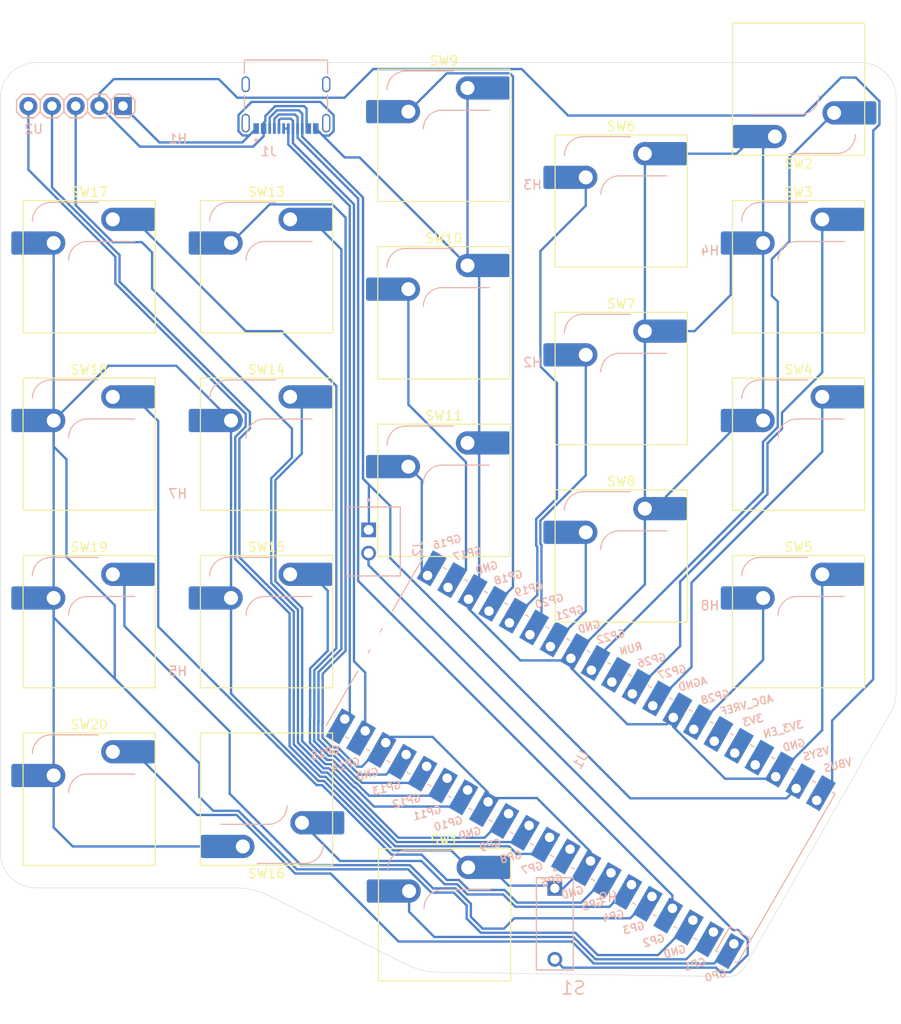
<source format=kicad_pcb>
(kicad_pcb (version 20221018) (generator pcbnew)
  (layers (0 "F.Cu" signal) (31 "B.Cu" signal) (34 "B.Paste" user) (35 "F.Paste" user) (36 "B.SilkS" user "B.Silkscreen") (37 "F.SilkS" user "F.Silkscreen") (38 "B.Mask" user) (39 "F.Mask" user) (44 "Edge.Cuts" user))
  (net 0 "")
  (net 1 "9")
  (net 2 "10")
  (net 3 "11")
  (net 4 "13")
  (net 5 "16")
  (net 6 "17")
  (net 7 "18")
  (net 8 "19")
  (net 9 "20")
  (net 10 "27")
  (net 11 "28")
  (net 12 "21")
  (net 13 "22")
  (net 14 "26")
  (net 15 "GND")
  (net 16 "3v3")
  (net 21 "0")
  (net 22 "1")
  (net 23 "3")
  (net 24 "4")
  (net 25 "6")
  (net 26 "7")
  (net 27 "8")
  (net 28 "2")
  (net 29 "15")
  (net 30 "14")
  (net 31 "12")
  (net 32 "VSYS")
  (net 33 "Net-(J1-SHIELD-PadS1)")
  (net 34 "5")
  (net 35 "Net-(J2-Pad2)")
  (footprint "ScottoKeebs_Hotswap:Hotswap_MX_Plated_1.00u_Smaller_hole" (layer "F.Cu") (at 188.325 55.617944)
    (fp_text reference "SW3")
    (fp_text value "CherryMX")
  )
  (footprint "ScottoKeebs_Hotswap:Hotswap_MX_Plated_1.00u_Smaller_hole" (layer "F.Cu") (at 188.325 74.667944)
    (fp_text reference "SW4")
    (fp_text value "CherryMX")
  )
  (footprint "ScottoKeebs_Hotswap:Hotswap_MX_Plated_1.00u_Smaller_hole" (layer "F.Cu") (at 188.325 93.717944)
    (fp_text reference "SW5")
    (fp_text value "CherryMX")
  )
  (footprint "ScottoKeebs_Hotswap:Hotswap_MX_Plated_1.00u_Smaller_hole" (layer "F.Cu") (at 169.275 48.567944)
    (fp_text reference "SW6")
    (fp_text value "CherryMX")
  )
  (footprint "ScottoKeebs_Hotswap:Hotswap_MX_Plated_1.00u_Smaller_hole" (layer "F.Cu") (at 169.275 67.617944)
    (fp_text reference "SW7")
    (fp_text value "CherryMX")
  )
  (footprint "ScottoKeebs_Hotswap:Hotswap_MX_Plated_1.00u_Smaller_hole" (layer "F.Cu") (at 169.275 86.667944)
    (fp_text reference "SW8")
    (fp_text value "CherryMX")
  )
  (footprint "ScottoKeebs_Hotswap:Hotswap_MX_Plated_1.00u_Smaller_hole" (layer "F.Cu") (at 150.225 41.517944)
    (fp_text reference "SW9")
    (fp_text value "CherryMX")
  )
  (footprint "ScottoKeebs_Hotswap:Hotswap_MX_Plated_1.00u_Smaller_hole" (layer "F.Cu") (at 150.225 60.567944)
    (fp_text reference "SW10")
    (fp_text value "CherryMX")
  )
  (footprint "ScottoKeebs_Hotswap:Hotswap_MX_Plated_1.00u_Smaller_hole" (layer "F.Cu") (at 150.225 79.617944)
    (fp_text reference "SW11")
    (fp_text value "CherryMX")
  )
  (footprint "ScottoKeebs_Hotswap:Hotswap_MX_Plated_1.00u_Smaller_hole" (layer "F.Cu") (at 131.175 55.617944)
    (fp_text reference "SW13")
    (fp_text value "CherryMX")
  )
  (footprint "ScottoKeebs_Hotswap:Hotswap_MX_Plated_1.00u_Smaller_hole" (layer "F.Cu") (at 131.175 74.667944)
    (fp_text reference "SW14")
    (fp_text value "CherryMX")
  )
  (footprint "ScottoKeebs_Hotswap:Hotswap_MX_Plated_1.00u_Smaller_hole" (layer "F.Cu") (at 131.175 93.717944)
    (fp_text reference "SW15")
    (fp_text value "CherryMX")
  )
  (footprint "ScottoKeebs_Hotswap:Hotswap_MX_Plated_1.00u_Smaller_hole" (layer "F.Cu") (at 131.175 112.767944 180)
    (fp_text reference "SW16")
    (fp_text value "CherryMX")
  )
  (footprint "ScottoKeebs_Hotswap:Hotswap_MX_Plated_1.00u_Smaller_hole" (layer "F.Cu") (at 112.125 55.617944)
    (fp_text reference "SW17")
    (fp_text value "CherryMX")
  )
  (footprint "ScottoKeebs_Hotswap:Hotswap_MX_Plated_1.00u_Smaller_hole" (layer "F.Cu") (at 112.125 74.667944)
    (fp_text reference "SW18")
    (fp_text value "CherryMX")
  )
  (footprint "ScottoKeebs_Hotswap:Hotswap_MX_Plated_1.00u_Smaller_hole" (layer "F.Cu") (at 112.125 93.717944)
    (fp_text reference "SW19")
    (fp_text value "CherryMX")
  )
  (footprint "ScottoKeebs_Hotswap:Hotswap_MX_Plated_1.00u_Smaller_hole" (layer "F.Cu") (at 112.125 112.767944)
    (fp_text reference "SW20")
    (fp_text value "CherryMX")
  )
  (footprint "ScottoKeebs_Hotswap:Hotswap_MX_Plated_1.00u_Smaller_hole" (layer "F.Cu") (at 188.325 36.567944 180)
    (fp_text reference "SW2")
    (fp_text value "CherryMX")
  )
  (footprint "ScottoKeebs_Hotswap:Hotswap_MX_Plated_1.00u_Smaller_hole" (layer "F.Cu") (at 150.3 125.172944)
    (fp_text reference "SW1")
    (fp_text value "CherryMX")
  )
  (footprint "MCU_RaspberryPi_and_Boards:RPi_Pico_SMD_TH_NO_BACK_HOLES" (layer "B.Cu") (at 164.921947 108.534888 60)
    (fp_text reference "U1")
    (fp_text value "Pico")
  )
  (footprint "DIP:SW_DS01-254-L-01BE" (layer "B.Cu") (at 162.14 126.152944)
    (fp_text reference "S1")
    (fp_text value "DS01-254-L-01BE")
  )
  (footprint "MountingHole:MountingHole_3.2mm_M3" (layer "B.Cu") (at 167.84625 127.531694 180)
    (fp_text reference "H9")
    (fp_text value "MountingHole")
  )
  (footprint "MountingHole:MountingHole_3.2mm_M3" (layer "B.Cu") (at 121.65 84.192944 180)
    (fp_text reference "H7")
    (fp_text value "MountingHole")
  )
  (footprint "MountingHole:MountingHole_3.2mm_M3" (layer "B.Cu") (at 178.8 58.092944 180)
    (fp_text reference "H4")
    (fp_text value "MountingHole")
  )
  (footprint "MountingHole:MountingHole_3.2mm_M3" (layer "B.Cu") (at 159.75 70.092944 180)
    (fp_text reference "H2")
    (fp_text value "MountingHole")
  )
  (footprint "MountingHole:MountingHole_3.2mm_M3" (layer "B.Cu") (at 178.8 96.192944 180)
    (fp_text reference "H8")
    (fp_text value "MountingHole")
  )
  (footprint "MountingHole:MountingHole_3.2mm_M3" (layer "B.Cu") (at 159.75 51.042944 180)
    (fp_text reference "H3")
    (fp_text value "MountingHole")
  )
  (footprint "MountingHole:MountingHole_3.2mm_M3" (layer "B.Cu") (at 121.65 46.092944 180)
    (fp_text reference "H1")
    (fp_text value "MountingHole")
  )
  (footprint "MountingHole:MountingHole_3.2mm_M3" (layer "B.Cu") (at 121.65 103.242944 180)
    (fp_text reference "H5")
    (fp_text value "MountingHole")
  )
  (footprint "KY-040:KY-040-PORT" (layer "B.Cu") (at 110.68 38.372944)
    (fp_text reference "U2")
    (fp_text value "KY-040")
  )
  (footprint "Connectors_user:JST_B2B-XH-A_LF__SN_" (layer "B.Cu") (at 142.67 85.112944 90)
    (fp_text reference "J2")
    (fp_text value "B2B-XH-A_LF__SN_")
  )
  (footprint "TypeC:HRO_TYPE-C-31-M-12" (layer "B.Cu") (at 133.265 36.04)
    (fp_text reference "J1")
    (fp_text value "TYPE-C-31-M-12")
  )
  (gr_arc (start 127.84125 122.292944) (mid 129.804879 122.534678) (end 131.65125 123.245444) (stroke (width 0.05)) (layer "Edge.Cuts"))
  (gr_line (start 102.6 37.520444) (end 102.6 118.482944) (stroke (width 0.05)) (layer "Edge.Cuts"))
  (gr_line (start 198.8025 101.337944) (end 198.8025 37.520444) (stroke (width 0.05)) (layer "Edge.Cuts"))
  (gr_line (start 131.65125 123.245444) (end 145.93875 130.389194) (stroke (width 0.05)) (layer "Edge.Cuts"))
  (gr_arc (start 102.6 37.520444) (mid 103.715923 34.826367) (end 106.41 33.710444) (stroke (width 0.05)) (layer "Edge.Cuts"))
  (gr_arc (start 182.509442 130.815165) (mid 181.748215 131.570266) (end 180.705 131.817944) (stroke (width 0.05)) (layer "Edge.Cuts"))
  (gr_arc (start 149.74875 131.341694) (mid 147.785121 131.09996) (end 145.93875 130.389194) (stroke (width 0.05)) (layer "Edge.Cuts"))
  (gr_line (start 194.9925 33.710444) (end 106.41 33.710444) (stroke (width 0.05)) (layer "Edge.Cuts"))
  (gr_arc (start 198.8025 101.337944) (mid 198.681633 102.319759) (end 198.32625 103.242944) (stroke (width 0.05)) (layer "Edge.Cuts"))
  (gr_line (start 182.509442 130.815165) (end 198.32625 103.242944) (stroke (width 0.05)) (layer "Edge.Cuts"))
  (gr_arc (start 194.9925 33.710444) (mid 197.686577 34.826367) (end 198.8025 37.520444) (stroke (width 0.05)) (layer "Edge.Cuts"))
  (gr_line (start 180.705 131.817944) (end 149.74875 131.341694) (stroke (width 0.05)) (layer "Edge.Cuts"))
  (gr_arc (start 106.41 122.292944) (mid 103.715923 121.177021) (end 102.6 118.482944) (stroke (width 0.05)) (layer "Edge.Cuts"))
  (gr_line (start 127.84125 122.292944) (end 106.41 122.292944) (stroke (width 0.05)) (layer "Edge.Cuts"))
  (segment (start 133.9 72.992944) (end 118.89 57.982944) (width 0.25) (layer "B.Cu") (net 1))
  (segment (start 137.898897 109.463821) (end 137.302032 109.463821) (width 0.25) (layer "B.Cu") (net 1))
  (segment (start 137.302032 109.463821) (end 134.555 106.716789) (width 0.25) (layer "B.Cu") (net 1))
  (segment (start 134.555 92.44434) (end 131.68 89.56934) (width 0.25) (layer "B.Cu") (net 1))
  (segment (start 118.89 57.982944) (end 118.89 54.092944) (width 0.25) (layer "B.Cu") (net 1))
  (segment (start 117.78 52.982944) (end 114.642792 52.982944) (width 0.25) (layer "B.Cu") (net 1))
  (segment (start 110.68 49.020152) (end 110.68 38.372944) (width 0.25) (layer "B.Cu") (net 1))
  (segment (start 114.642792 52.982944) (end 110.68 49.020152) (width 0.25) (layer "B.Cu") (net 1))
  (segment (start 118.89 54.092944) (end 117.78 52.982944) (width 0.25) (layer "B.Cu") (net 1))
  (segment (start 145.34802 116.912944) (end 137.898897 109.463821) (width 0.25) (layer "B.Cu") (net 1))
  (segment (start 131.68 78.332944) (end 133.9 76.112944) (width 0.25) (layer "B.Cu") (net 1))
  (segment (start 134.555 106.716789) (end 134.555 92.44434) (width 0.25) (layer "B.Cu") (net 1))
  (segment (start 131.68 89.56934) (end 131.68 78.332944) (width 0.25) (layer "B.Cu") (net 1))
  (segment (start 154.5933 116.912944) (end 145.34802 116.912944) (width 0.25) (layer "B.Cu") (net 1))
  (segment (start 157.17739 114.328854) (end 154.5933 116.912944) (width 0.25) (layer "B.Cu") (net 1))
  (segment (start 133.9 76.112944) (end 133.9 72.992944) (width 0.25) (layer "B.Cu") (net 1))
  (segment (start 152.777981 111.788854) (end 151.003014 113.563821) (width 0.25) (layer "B.Cu") (net 2))
  (segment (start 138.085293 109.013821) (end 137.488428 109.013821) (width 0.25) (layer "B.Cu") (net 2))
  (segment (start 134.964999 75.684341) (end 134.964999 70.837943) (width 0.25) (layer "B.Cu") (net 2))
  (segment (start 140.554416 111.482944) (end 138.085293 109.013821) (width 0.25) (layer "B.Cu") (net 2))
  (segment (start 132.13 89.382944) (end 132.13 78.51934) (width 0.25) (layer "B.Cu") (net 2))
  (segment (start 135.005 106.530393) (end 135.005 92.257944) (width 0.25) (layer "B.Cu") (net 2))
  (segment (start 151.003014 113.563821) (end 142.717273 113.563821) (width 0.25) (layer "B.Cu") (net 2))
  (segment (start 137.488428 109.013821) (end 135.005 106.530393) (width 0.25) (layer "B.Cu") (net 2))
  (segment (start 140.636396 111.482944) (end 140.554416 111.482944) (width 0.25) (layer "B.Cu") (net 2))
  (segment (start 132.13 78.51934) (end 134.964999 75.684341) (width 0.25) (layer "B.Cu") (net 2))
  (segment (start 135.005 92.257944) (end 132.13 89.382944) (width 0.25) (layer "B.Cu") (net 2))
  (segment (start 142.717273 113.563821) (end 140.636396 111.482944) (width 0.25) (layer "B.Cu") (net 2))
  (segment (start 134.964999 70.837943) (end 133.715 69.587944) (width 0.25) (layer "B.Cu") (net 2))
  (segment (start 142.192792 112.402944) (end 148.694187 112.402944) (width 0.25) (layer "B.Cu") (net 3))
  (segment (start 138.271689 108.563821) (end 140.740812 111.032944) (width 0.25) (layer "B.Cu") (net 3))
  (segment (start 135.86 104.047557) (end 135.843632 104.063925) (width 0.25) (layer "B.Cu") (net 3))
  (segment (start 135.86 98.745736) (end 135.86 104.047557) (width 0.25) (layer "B.Cu") (net 3))
  (segment (start 137.75 90.395444) (end 137.75 96.855736) (width 0.25) (layer "B.Cu") (net 3))
  (segment (start 140.740812 111.032944) (end 140.822792 111.032944) (width 0.25) (layer "B.Cu") (net 3))
  (segment (start 135.843632 106.732629) (end 137.674824 108.563821) (width 0.25) (layer "B.Cu") (net 3))
  (segment (start 137.75 96.855736) (end 135.86 98.745736) (width 0.25) (layer "B.Cu") (net 3))
  (segment (start 140.822792 111.032944) (end 142.192792 112.402944) (width 0.25) (layer "B.Cu") (net 3))
  (segment (start 135.9925 88.637944) (end 137.75 90.395444) (width 0.25) (layer "B.Cu") (net 3))
  (segment (start 135.843632 104.063925) (end 135.843632 106.732629) (width 0.25) (layer "B.Cu") (net 3))
  (segment (start 148.694187 112.402944) (end 150.578277 110.518854) (width 0.25) (layer "B.Cu") (net 3))
  (segment (start 137.674824 108.563821) (end 138.271689 108.563821) (width 0.25) (layer "B.Cu") (net 3))
  (segment (start 136.743632 104.436717) (end 136.76 104.420349) (width 0.25) (layer "B.Cu") (net 4))
  (segment (start 146.178868 107.978854) (end 144.024778 110.132944) (width 0.25) (layer "B.Cu") (net 4))
  (segment (start 136.76 99.118528) (end 139.2175 96.661028) (width 0.25) (layer "B.Cu") (net 4))
  (segment (start 141.113604 110.132944) (end 138.644481 107.663821) (width 0.25) (layer "B.Cu") (net 4))
  (segment (start 136.76 104.420349) (end 136.76 99.118528) (width 0.25) (layer "B.Cu") (net 4))
  (segment (start 138.047616 107.663821) (end 136.743632 106.359837) (width 0.25) (layer "B.Cu") (net 4))
  (segment (start 136.743632 106.359837) (end 136.743632 104.436717) (width 0.25) (layer "B.Cu") (net 4))
  (segment (start 139.2175 96.661028) (end 139.2175 53.762944) (width 0.25) (layer "B.Cu") (net 4))
  (segment (start 139.2175 53.762944) (end 135.9925 50.537944) (width 0.25) (layer "B.Cu") (net 4))
  (segment (start 138.644481 107.663821) (end 138.047616 107.663821) (width 0.25) (layer "B.Cu") (net 4))
  (segment (start 144.024778 110.132944) (end 141.113604 110.132944) (width 0.25) (layer "B.Cu") (net 4))
  (segment (start 147.85 78.512944) (end 146.415 77.077944) (width 0.25) (layer "B.Cu") (net 5))
  (segment (start 147.85 88.151168) (end 147.85 78.512944) (width 0.25) (layer "B.Cu") (net 5))
  (segment (start 148.469754 88.770922) (end 147.85 88.151168) (width 0.25) (layer "B.Cu") (net 5))
  (segment (start 152.6 88.110381) (end 152.6 76.600331) (width 0.25) (layer "B.Cu") (net 6))
  (segment (start 146.415 70.415331) (end 146.415 58.027944) (width 0.25) (layer "B.Cu") (net 6))
  (segment (start 152.6 76.600331) (end 146.415 70.415331) (width 0.25) (layer "B.Cu") (net 6))
  (segment (start 150.669459 90.040922) (end 152.6 88.110381) (width 0.25) (layer "B.Cu") (net 6))
  (segment (start 157.645 90.00479) (end 155.068868 92.580922) (width 0.25) (layer "B.Cu") (net 7))
  (segment (start 157.3151 34.862944) (end 157.645 35.192844) (width 0.25) (layer "B.Cu") (net 7))
  (segment (start 150.53 34.862944) (end 157.3151 34.862944) (width 0.25) (layer "B.Cu") (net 7))
  (segment (start 157.645 35.192844) (end 157.645 90.00479) (width 0.25) (layer "B.Cu") (net 7))
  (segment (start 146.415 38.977944) (end 150.53 34.862944) (width 0.25) (layer "B.Cu") (net 7))
  (segment (start 160.59 66.323044) (end 160.59 53.940711) (width 0.25) (layer "B.Cu") (net 8))
  (segment (start 162.37 80.466448) (end 162.37 68.103044) (width 0.25) (layer "B.Cu") (net 8))
  (segment (start 160.14 85.55944) (end 160.14 82.696448) (width 0.25) (layer "B.Cu") (net 8))
  (segment (start 160.59 53.940711) (end 165.465 49.065711) (width 0.25) (layer "B.Cu") (net 8))
  (segment (start 157.268572 93.850922) (end 160.26 90.859494) (width 0.25) (layer "B.Cu") (net 8))
  (segment (start 160.26 90.859494) (end 160.26 85.67944) (width 0.25) (layer "B.Cu") (net 8))
  (segment (start 160.26 85.67944) (end 160.14 85.55944) (width 0.25) (layer "B.Cu") (net 8))
  (segment (start 160.14 82.696448) (end 162.37 80.466448) (width 0.25) (layer "B.Cu") (net 8))
  (segment (start 165.465 49.065711) (end 165.465 46.027944) (width 0.25) (layer "B.Cu") (net 8))
  (segment (start 162.37 68.103044) (end 160.59 66.323044) (width 0.25) (layer "B.Cu") (net 8))
  (segment (start 160.71 85.493044) (end 160.59 85.373044) (width 0.25) (layer "B.Cu") (net 9))
  (segment (start 165.465 78.007844) (end 165.465 65.077944) (width 0.25) (layer "B.Cu") (net 9))
  (segment (start 160.59 85.373044) (end 160.59 82.882844) (width 0.25) (layer "B.Cu") (net 9))
  (segment (start 160.71 93.879199) (end 160.71 85.493044) (width 0.25) (layer "B.Cu") (net 9))
  (segment (start 159.468277 95.120922) (end 160.71 93.879199) (width 0.25) (layer "B.Cu") (net 9))
  (segment (start 160.59 82.882844) (end 165.465 78.007844) (width 0.25) (layer "B.Cu") (net 9))
  (segment (start 176.825 89.526701) (end 190.865 75.486701) (width 0.25) (layer "B.Cu") (net 10))
  (segment (start 190.865 75.486701) (end 190.865 69.587944) (width 0.25) (layer "B.Cu") (net 10))
  (segment (start 176.825 98.582426) (end 176.825 89.526701) (width 0.25) (layer "B.Cu") (net 10))
  (segment (start 172.666504 102.740922) (end 176.825 98.582426) (width 0.25) (layer "B.Cu") (net 10))
  (segment (start 184.515 91.177944) (end 184.515 97.831835) (width 0.25) (layer "B.Cu") (net 11))
  (segment (start 184.515 97.831835) (end 177.065913 105.280922) (width 0.25) (layer "B.Cu") (net 11))
  (segment (start 165.465 92.593903) (end 161.667981 96.390922) (width 0.25) (layer "B.Cu") (net 12))
  (segment (start 165.465 84.127944) (end 165.465 92.593903) (width 0.25) (layer "B.Cu") (net 12))
  (segment (start 185.45 54.792944) (end 185.45 58.732944) (width 0.25) (layer "B.Cu") (net 13))
  (segment (start 186.09 59.372944) (end 186.09 72.832944) (width 0.25) (layer "B.Cu") (net 13))
  (segment (start 166.06739 98.205554) (end 166.06739 98.930922) (width 0.25) (layer "B.Cu") (net 13))
  (segment (start 192.135 39.107944) (end 187.341243 43.901701) (width 0.25) (layer "B.Cu") (net 13))
  (segment (start 187.341243 52.901701) (end 185.45 54.792944) (width 0.25) (layer "B.Cu") (net 13))
  (segment (start 185.45 58.732944) (end 186.09 59.372944) (width 0.25) (layer "B.Cu") (net 13))
  (segment (start 184.495 79.777944) (end 166.06739 98.205554) (width 0.25) (layer "B.Cu") (net 13))
  (segment (start 187.341243 43.901701) (end 187.341243 52.901701) (width 0.25) (layer "B.Cu") (net 13))
  (segment (start 184.495 74.427944) (end 184.495 79.777944) (width 0.25) (layer "B.Cu") (net 13))
  (segment (start 186.09 72.832944) (end 184.495 74.427944) (width 0.25) (layer "B.Cu") (net 13))
  (segment (start 190.865 66.964161) (end 186.54 71.289161) (width 0.25) (layer "B.Cu") (net 14))
  (segment (start 186.54 71.289161) (end 186.54 73.01934) (width 0.25) (layer "B.Cu") (net 14))
  (segment (start 175.605 96.332721) (end 170.466799 101.470922) (width 0.25) (layer "B.Cu") (net 14))
  (segment (start 184.98 80.04934) (end 175.605 89.42434) (width 0.25) (layer "B.Cu") (net 14))
  (segment (start 190.865 50.537944) (end 190.865 66.964161) (width 0.25) (layer "B.Cu") (net 14))
  (segment (start 175.605 89.42434) (end 175.605 96.332721) (width 0.25) (layer "B.Cu") (net 14))
  (segment (start 186.54 73.01934) (end 184.98 74.57934) (width 0.25) (layer "B.Cu") (net 14))
  (segment (start 184.98 74.57934) (end 184.98 80.04934) (width 0.25) (layer "B.Cu") (net 14))
  (segment (start 190.865 105.360653) (end 190.865 88.637944) (width 0.25) (layer "B.Cu") (net 15))
  (segment (start 181.6675 43.487944) (end 183.5075 41.647944) (width 0.25) (layer "B.Cu") (net 15))
  (segment (start 125.455 114.017944) (end 123.97 112.532944) (width 0.25) (layer "B.Cu") (net 15))
  (segment (start 129.32 41.535) (end 128.618984 41.535) (width 0.25) (layer "B.Cu") (net 15))
  (segment (start 136.95896 37.932944) (end 138.39 39.363984) (width 0.25) (layer "B.Cu") (net 15))
  (segment (start 108.315 91.177944) (end 108.315 110.227944) (width 0.25) (layer "B.Cu") (net 15))
  (segment (start 184.515 72.127944) (end 184.515 53.077944) (width 0.25) (layer "B.Cu") (net 15))
  (segment (start 123.97 108.921702) (end 114.875621 99.827323) (width 0.25) (layer "B.Cu") (net 15))
  (segment (start 152.765 55.487944) (end 152.765 36.437944) (width 0.25) (layer "B.Cu") (net 15))
  (segment (start 165.976208 119.408854) (end 165.976208 118.406695) (width 0.25) (layer "B.Cu") (net 15))
  (segment (start 143.979163 106.708854) (end 141.405073 109.282944) (width 0.25) (layer "B.Cu") (net 15))
  (segment (start 128.165 41.081016) (end 128.165 39.338984) (width 0.25) (layer "B.Cu") (net 15))
  (segment (start 152.675 125.58934) (end 152.675 124.189187) (width 0.25) (layer "B.Cu") (net 15))
  (segment (start 148.882387 122.797944) (end 146.387387 120.302944) (width 0.25) (layer "B.Cu") (net 15))
  (segment (start 171.815 89.713608) (end 171.815 81.587944) (width 0.25) (layer "B.Cu") (net 15))
  (segment (start 174.866208 104.010922) (end 174.866208 105.01308) (width 0.25) (layer "B.Cu") (net 15))
  (segment (start 138.234012 107.213821) (end 137.193632 106.173441) (width 0.25) (layer "B.Cu") (net 15))
  (segment (start 152.869163 92.31308) (end 152.869163 91.310922) (width 0.25) (layer "B.Cu") (net 15))
  (segment (start 152.765 74.537944) (end 154.014999 73.287945) (width 0.25) (layer "B.Cu") (net 15))
  (segment (start 136.742844 110.813821) (end 127.365 101.435977) (width 0.25) (layer "B.Cu") (net 15))
  (segment (start 114.875621 99.827323) (end 108.315 93.266701) (width 0.25) (layer "B.Cu") (net 15))
  (segment (start 163.867686 97.660922) (end 163.867686 98.663081) (width 0.25) (layer "B.Cu") (net 15))
  (segment (start 146.387387 120.302944) (end 134.44 120.302944) (width 0.25) (layer "B.Cu") (net 15))
  (segment (start 137.193632 106.173441) (end 137.193632 104.623113) (width 0.25) (layer "B.Cu") (net 15))
  (segment (start 152.675 124.189187) (end 151.283757 122.797944) (width 0.25) (layer "B.Cu") (net 15))
  (segment (start 158.433126 97.877043) (end 152.869163 92.31308) (width 0.25) (layer "B.Cu") (net 15))
  (segment (start 144.799709 118.273821) (end 137.339709 110.813821) (width 0.25) (layer "B.Cu") (net 15))
  (segment (start 128.572056 42.282944) (end 129.32 41.535) (width 0.25) (layer "B.Cu") (net 15))
  (segment (start 128.618984 41.535) (end 128.165 41.081016) (width 0.25) (layer "B.Cu") (net 15))
  (segment (start 173.226891 129.506694) (end 166.75375 129.506694) (width 0.25) (layer "B.Cu") (net 15))
  (segment (start 152.84 120.092944) (end 151.020877 118.273821) (width 0.25) (layer "B.Cu") (net 15))
  (segment (start 151.283757 122.797944) (end 148.882387 122.797944) (width 0.25) (layer "B.Cu") (net 15))
  (segment (start 141.405073 109.282944) (end 140.9 109.282944) (width 0.25) (layer "B.Cu") (net 15))
  (segment (start 166.75375 129.506694) (end 164.36 127.112944) (width 0.25) (layer "B.Cu") (net 15))
  (segment (start 131.51 48.932944) (end 127.365 53.077944) (width 0.25) (layer "B.Cu") (net 15))
  (segment (start 109.69 86.772944) (end 109.69 76.302944) (width 0.25) (layer "B.Cu") (net 15))
  (segment (start 114.19 66.252944) (end 108.315 72.127944) (width 0.25) (layer "B.Cu") (net 15))
  (segment (start 163.867686 97.660922) (end 171.815 89.713608) (width 0.25) (layer "B.Cu") (net 15))
  (segment (start 119.67 42.282944) (end 128.572056 42.282944) (width 0.25) (layer "B.Cu") (net 15))
  (segment (start 114.875621 91.958565) (end 109.69 86.772944) (width 0.25) (layer "B.Cu") (net 15))
  (segment (start 109.69 76.302944) (end 108.315 74.927944) (width 0.25) (layer "B.Cu") (net 15))
  (segment (start 140.9 109.282944) (end 138.830877 107.213821) (width 0.25) (layer "B.Cu") (net 15))
  (segment (start 157.18 122.052944) (end 155.22 120.092944) (width 0.25) (layer "B.Cu") (net 15))
  (segment (start 171.815 62.537944) (end 171.815 43.487944) (width 0.25) (layer "B.Cu") (net 15))
  (segment (start 151.020877 118.273821) (end 144.799709 118.273821) (width 0.25) (layer "B.Cu") (net 15))
  (segment (start 184.515 53.077944) (end 184.515 42.917944) (width 0.25) (layer "B.Cu") (net 15))
  (segment (start 160.222457 112.652944) (end 155.383596 112.652944) (width 0.25) (layer "B.Cu") (net 15))
  (segment (start 127.365 101.435977) (end 127.365 91.177944) (width 0.25) (layer "B.Cu") (net 15))
  (segment (start 165.976208 119.408854) (end 163.042118 122.342944) (width 0.25) (layer "B.Cu") (net 15))
  (segment (start 115.76 38.372944) (end 119.67 42.282944) (width 0.25) (layer "B.Cu") (net 15))
  (segment (start 136.465 40.79) (end 139.567944 43.892944) (width 0.25) (layer "B.Cu") (net 15))
  (segment (start 108.315 115.805711) (end 108.315 110.227944) (width 0.25) (layer "B.Cu") (net 15))
  (segment (start 129.32 41.535) (end 130.065 40.79) (width 0.25) (layer "B.Cu") (net 15))
  (segment (start 108.315 74.927944) (end 108.315 72.127944) (width 0.25) (layer "B.Cu") (net 15))
  (segment (start 154.014999 56.737943) (end 152.765 55.487944) (width 0.25) (layer "B.Cu") (net 15))
  (segment (start 138.830877 107.213821) (end 138.234012 107.213821) (width 0.25) (layer "B.Cu") (net 15))
  (segment (start 137.21 99.304924) (end 139.6675 96.847424) (width 0.25) (layer "B.Cu") (net 15))
  (segment (start 174.0925 62.537944) (end 177.148072 62.537944) (width 0.25) (layer "B.Cu") (net 15))
  (segment (start 174.144186 104.732944) (end 174.866208 104.010922) (width 0.25) (layer "B.Cu") (net 15))
  (segment (start 169.937549 104.732944) (end 174.144186 104.732944) (width 0.25) (layer "B.Cu") (net 15))
  (segment (start 137.897044 41.548972) (end 137.223972 41.548972) (width 0.25) (layer "B.Cu") (net 15))
  (segment (start 164.36 127.112944) (end 154.198604 127.112944) (width 0.25) (layer "B.Cu") (net 15))
  (segment (start 127.365 91.177944) (end 127.365 72.127944) (width 0.25) (layer "B.Cu") (net 15))
  (segment (start 137.21 104.606745) (end 137.21 99.304924) (width 0.25) (layer "B.Cu") (net 15))
  (segment (start 162.14 122.342944) (end 161.85 122.052944) (width 0.25) (layer "B.Cu") (net 15))
  (segment (start 181.04 54.277944) (end 182.24 53.077944) (width 0.25) (layer "B.Cu") (net 15))
  (segment (start 114.875621 99.827323) (end 114.875621 91.958565) (width 0.25) (layer "B.Cu") (net 15))
  (segment (start 108.315 93.266701) (end 108.315 91.177944) (width 0.25) (layer "B.Cu") (net 15))
  (segment (start 129.57104 37.932944) (end 136.95896 37.932944) (width 0.25) (layer "B.Cu") (net 15))
  (segment (start 139.6675 96.847424) (end 139.6675 50.350444) (width 0.25) (layer "B.Cu") (net 15))
  (segment (start 141.17 43.892944) (end 152.765 55.487944) (width 0.25) (layer "B.Cu") (net 15))
  (segment (start 138.25 48.932944) (end 131.51 48.932944) (width 0.25) (layer "B.Cu") (net 15))
  (segment (start 154.198604 127.112944) (end 152.675 125.58934) (width 0.25) (layer "B.Cu") (net 15))
  (segment (start 138.39 41.056016) (end 137.897044 41.548972) (width 0.25) (layer "B.Cu") (net 15))
  (segment (start 137.223972 41.548972) (end 136.465 40.79) (width 0.25) (layer "B.Cu") (net 15))
  (segment (start 139.6675 50.350444) (end 138.25 48.932944) (width 0.25) (layer "B.Cu") (net 15))
  (segment (start 144.605073 106.082944) (end 143.979163 106.708854) (width 0.25) (layer "B.Cu") (net 15))
  (segment (start 163.867686 97.660922) (end 163.651565 97.877043) (width 0.25) (layer "B.Cu") (net 15))
  (segment (start 185.64861 110.577043) (end 185.864731 110.360922) (width 0.25) (layer "B.Cu") (net 15))
  (segment (start 180.430171 110.577043) (end 185.64861 110.577043) (width 0.25) (layer "B.Cu") (net 15))
  (segment (start 127.365 72.127944) (end 121.49 66.252944) (width 0.25) (layer "B.Cu") (net 15))
  (segment (start 176.974731 125.758854) (end 173.226891 129.506694) (width 0.25) (layer "B.Cu") (net 15))
  (segment (start 128.155 114.017944) (end 125.455 114.017944) (width 0.25) (layer "B.Cu") (net 15))
  (segment (start 108.315 91.177944) (end 108.315 72.127944) (width 0.25) (layer "B.Cu") (net 15))
  (segment (start 121.49 66.252944) (end 114.19 66.252944) (width 0.25) (layer "B.Cu") (net 15))
  (segment (start 184.515 42.917944) (end 185.785 41.647944) (width 0.25) (layer "B.Cu") (net 15))
  (segment (start 182.24 72.127944) (end 174.0925 80.275444) (width 0.25) (layer "B.Cu") (net 15))
  (segment (start 108.315 53.077944) (end 108.315 72.127944) (width 0.25) (layer "B.Cu") (net 15))
  (segment (start 137.193632 104.623113) (end 137.21 104.606745) (width 0.25) (layer "B.Cu") (net 15))
  (segment (start 161.85 122.052944) (end 157.18 122.052944) (width 0.25) (layer "B.Cu") (net 15))
  (segment (start 163.042118 122.342944) (end 162.14 122.342944) (width 0.25) (layer "B.Cu") (net 15))
  (segment (start 155.22 120.092944) (end 155.1175 120.092944) (width 0.25) (layer "B.Cu") (net 15))
  (segment (start 110.357233 117.847944) (end 108.315 115.805711) (width 0.25) (layer "B.Cu") (net 15))
  (segment (start 126.3575 117.847944) (end 110.357233 117.847944) (width 0.25) (layer "B.Cu") (net 15))
  (segment (start 154.014999 75.787943) (end 154.014999 90.165086) (width 0.25) (layer "B.Cu") (net 15))
  (segment (start 181.04 58.646016) (end 181.04 54.277944) (width 0.25) (layer "B.Cu") (net 15))
  (segment (start 134.44 120.302944) (end 128.155 114.017944) (width 0.25) (layer "B.Cu") (net 15))
  (segment (start 154.977686 113.058854) (end 154.977686 112.056696) (width 0.25) (layer "B.Cu") (net 15))
  (segment (start 154.014999 90.165086) (end 152.869163 91.310922) (width 0.25) (layer "B.Cu") (net 15))
  (segment (start 139.567944 43.892944) (end 141.17 43.892944) (width 0.25) (layer "B.Cu") (net 15))
  (segment (start 165.976208 118.406695) (end 160.222457 112.652944) (width 0.25) (layer "B.Cu") (net 15))
  (segment (start 163.867686 98.663081) (end 169.937549 104.732944) (width 0.25) (layer "B.Cu") (net 15))
  (segment (start 154.977686 112.056696) (end 149.003934 106.082944) (width 0.25) (layer "B.Cu") (net 15))
  (segment (start 128.165 39.338984) (end 129.57104 37.932944) (width 0.25) (layer "B.Cu") (net 15))
  (segment (start 123.97 112.532944) (end 123.97 108.921702) (width 0.25) (layer "B.Cu") (net 15))
  (segment (start 137.339709 110.813821) (end 136.742844 110.813821) (width 0.25) (layer "B.Cu") (net 15))
  (segment (start 149.003934 106.082944) (end 144.605073 106.082944) (width 0.25) (layer "B.Cu") (net 15))
  (segment (start 174.866208 105.01308) (end 180.430171 110.577043) (width 0.25) (layer "B.Cu") (net 15))
  (segment (start 152.765 74.537944) (end 154.014999 75.787943) (width 0.25) (layer "B.Cu") (net 15))
  (segment (start 154.014999 73.287945) (end 154.014999 56.737943) (width 0.25) (layer "B.Cu") (net 15))
  (segment (start 138.39 39.363984) (end 138.39 41.056016) (width 0.25) (layer "B.Cu") (net 15))
  (segment (start 163.651565 97.877043) (end 158.433126 97.877043) (width 0.25) (layer "B.Cu") (net 15))
  (segment (start 155.383596 112.652944) (end 154.977686 113.058854) (width 0.25) (layer "B.Cu") (net 15))
  (segment (start 171.815 81.587944) (end 171.815 62.537944) (width 0.25) (layer "B.Cu") (net 15))
  (segment (start 174.0925 80.275444) (end 174.0925 81.587944) (width 0.25) (layer "B.Cu") (net 15))
  (segment (start 185.864731 110.360922) (end 190.865 105.360653) (width 0.25) (layer "B.Cu") (net 15))
  (segment (start 174.0925 43.487944) (end 181.6675 43.487944) (width 0.25) (layer "B.Cu") (net 15))
  (segment (start 177.148072 62.537944) (end 181.04 58.646016) (width 0.25) (layer "B.Cu") (net 15))
  (segment (start 113.22 38.372944) (end 113.22 37.032944) (width 0.25) (layer "B.Cu") (net 16))
  (segment (start 142.637208 34.402944) (end 158.58 34.402944) (width 0.25) (layer "B.Cu") (net 16))
  (segment (start 129.742056 42.732944) (end 130.865 41.61) (width 0.25) (layer "B.Cu") (net 16))
  (segment (start 196.34 99.912944) (end 191.93 104.322944) (width 0.25) (layer "B.Cu") (net 16))
  (segment (start 114.77 35.482944) (end 126.041928 35.482944) (width 0.25) (layer "B.Cu") (net 16))
  (segment (start 113.22 37.032944) (end 114.77 35.482944) (width 0.25) (layer "B.Cu") (net 16))
  (segment (start 113.22 38.372944) (end 117.58 42.732944) (width 0.25) (layer "B.Cu") (net 16))
  (segment (start 190.7 37.551701) (end 190.7 37.505177) (width 0.25) (layer "B.Cu") (net 16))
  (segment (start 131.05 39.43934) (end 132.106396 38.382944) (width 0.25) (layer "B.Cu") (net 16))
  (segment (start 194.4651 35.317944) (end 197.01 37.862844) (width 0.25) (layer "B.Cu") (net 16))
  (segment (start 191.93 111.235062) (end 190.26414 112.900922) (width 0.25) (layer "B.Cu") (net 16))
  (segment (start 132.106396 38.382944) (end 135.205584 38.382944) (width 0.25) (layer "B.Cu") (net 16))
  (segment (start 135.48 39.999594) (end 135.49 40.009594) (width 0.25) (layer "B.Cu") (net 16))
  (segment (start 158.58 34.402944) (end 163.57 39.392944) (width 0.25) (layer "B.Cu") (net 16))
  (segment (start 163.57 39.392944) (end 188.858757 39.392944) (width 0.25) (layer "B.Cu") (net 16))
  (segment (start 192.887233 35.317944) (end 194.4651 35.317944) (width 0.25) (layer "B.Cu") (net 16))
  (segment (start 126.041928 35.482944) (end 128.041928 37.482944) (width 0.25) (layer "B.Cu") (net 16))
  (segment (start 196.34 41.023044) (end 196.34 99.912944) (width 0.25) (layer "B.Cu") (net 16))
  (segment (start 197.01 40.353044) (end 196.34 41.023044) (width 0.25) (layer "B.Cu") (net 16))
  (segment (start 139.557208 37.482944) (end 142.637208 34.402944) (width 0.25) (layer "B.Cu") (net 16))
  (segment (start 191.93 104.322944) (end 191.93 111.235062) (width 0.25) (layer "B.Cu") (net 16))
  (segment (start 130.865 40.79) (end 130.865 40.184594) (width 0.25) (layer "B.Cu") (net 16))
  (segment (start 190.7 37.505177) (end 192.887233 35.317944) (width 0.25) (layer "B.Cu") (net 16))
  (segment (start 135.48 38.65736) (end 135.48 39.999594) (width 0.25) (layer "B.Cu") (net 16))
  (segment (start 128.041928 37.482944) (end 139.557208 37.482944) (width 0.25) (layer "B.Cu") (net 16))
  (segment (start 135.49 40.009594) (end 135.49 40.615) (width 0.25) (layer "B.Cu") (net 16))
  (segment (start 130.865 40.184594) (end 131.05 39.999594) (width 0.25) (layer "B.Cu") (net 16))
  (segment (start 130.865 41.61) (end 130.865 40.79) (width 0.25) (layer "B.Cu") (net 16))
  (segment (start 131.05 39.999594) (end 131.05 39.43934) (width 0.25) (layer "B.Cu") (net 16))
  (segment (start 197.01 37.862844) (end 197.01 40.353044) (width 0.25) (layer "B.Cu") (net 16))
  (segment (start 117.58 42.732944) (end 129.742056 42.732944) (width 0.25) (layer "B.Cu") (net 16))
  (segment (start 188.858757 39.392944) (end 190.7 37.551701) (width 0.25) (layer "B.Cu") (net 16))
  (segment (start 135.49 40.615) (end 135.665 40.79) (width 0.25) (layer "B.Cu") (net 16))
  (segment (start 135.205584 38.382944) (end 135.48 38.65736) (width 0.25) (layer "B.Cu") (net 16))
  (segment (start 134.253604 120.752944) (end 138.06 120.752944) (width 0.25) (layer "B.Cu") (net 21))
  (segment (start 123.7225 114.467944) (end 127.968604 114.467944) (width 0.25) (layer "B.Cu") (net 21))
  (segment (start 145.36 128.052944) (end 163.97 128.052944) (width 0.25) (layer "B.Cu") (net 21))
  (segment (start 138.06 120.752944) (end 145.36 128.052944) (width 0.25) (layer "B.Cu") (net 21))
  (segment (start 166.32375 130.406694) (end 179.2663 130.406694) (width 0.25) (layer "B.Cu") (net 21))
  (segment (start 116.9425 107.687944) (end 123.7225 114.467944) (width 0.25) (layer "B.Cu") (net 21))
  (segment (start 179.2663 130.406694) (end 181.37414 128.298854) (width 0.25) (layer "B.Cu") (net 21))
  (segment (start 127.968604 114.467944) (end 134.253604 120.752944) (width 0.25) (layer "B.Cu") (net 21))
  (segment (start 163.97 128.052944) (end 166.32375 130.406694) (width 0.25) (layer "B.Cu") (net 21))
  (segment (start 179.174435 127.028854) (end 176.246595 129.956694) (width 0.25) (layer "B.Cu") (net 22))
  (segment (start 149.2 127.562944) (end 146.49 124.852944) (width 0.25) (layer "B.Cu") (net 22))
  (segment (start 166.510146 129.956694) (end 164.116396 127.562944) (width 0.25) (layer "B.Cu") (net 22))
  (segment (start 176.246595 129.956694) (end 166.510146 129.956694) (width 0.25) (layer "B.Cu") (net 22))
  (segment (start 146.49 124.852944) (end 146.49 122.632944) (width 0.25) (layer "B.Cu") (net 22))
  (segment (start 164.116396 127.562944) (end 149.2 127.562944) (width 0.25) (layer "B.Cu") (net 22))
  (segment (start 151.470153 122.347944) (end 149.068783 122.347944) (width 0.25) (layer "B.Cu") (net 23))
  (segment (start 170.237482 125.556694) (end 157.78625 125.556694) (width 0.25) (layer "B.Cu") (net 23))
  (segment (start 154.385 126.662944) (end 153.125 125.402944) (width 0.25) (layer "B.Cu") (net 23))
  (segment (start 153.125 125.402944) (end 153.125 124.002791) (width 0.25) (layer "B.Cu") (net 23))
  (segment (start 127.22 112.182944) (end 127.22 105.500711) (width 0.25) (layer "B.Cu") (net 23))
  (segment (start 146.573783 119.852944) (end 134.89 119.852944) (width 0.25) (layer "B.Cu") (net 23))
  (segment (start 156.68 126.662944) (end 154.385 126.662944) (width 0.25) (layer "B.Cu") (net 23))
  (segment (start 134.89 119.852944) (end 127.22 112.182944) (width 0.25) (layer "B.Cu") (net 23))
  (segment (start 149.068783 122.347944) (end 146.573783 119.852944) (width 0.25) (layer "B.Cu") (net 23))
  (segment (start 153.125 124.002791) (end 151.470153 122.347944) (width 0.25) (layer "B.Cu") (net 23))
  (segment (start 127.22 105.500711) (end 115.914999 94.19571) (width 0.25) (layer "B.Cu") (net 23))
  (segment (start 115.914999 89.887943) (end 114.665 88.637944) (width 0.25) (layer "B.Cu") (net 23))
  (segment (start 115.914999 94.19571) (end 115.914999 89.887943) (width 0.25) (layer "B.Cu") (net 23))
  (segment (start 172.575322 123.218854) (end 170.237482 125.556694) (width 0.25) (layer "B.Cu") (net 23))
  (segment (start 157.78625 125.556694) (end 156.68 126.662944) (width 0.25) (layer "B.Cu") (net 23))
  (segment (start 152.761549 123.002944) (end 156.59 123.002944) (width 0.25) (layer "B.Cu") (net 24))
  (segment (start 139.08 119.402944) (end 147.8 119.402944) (width 0.25) (layer "B.Cu") (net 24))
  (segment (start 147.8 119.402944) (end 150.295 121.897944) (width 0.25) (layer "B.Cu") (net 24))
  (segment (start 151.656549 121.897944) (end 152.761549 123.002944) (width 0.25) (layer "B.Cu") (net 24))
  (segment (start 134.985 115.307944) (end 139.08 119.402944) (width 0.25) (layer "B.Cu") (net 24))
  (segment (start 150.295 121.897944) (end 151.656549 121.897944) (width 0.25) (layer "B.Cu") (net 24))
  (segment (start 156.59 123.002944) (end 157.91 124.322944) (width 0.25) (layer "B.Cu") (net 24))
  (segment (start 168.001527 124.322944) (end 170.375617 121.948854) (width 0.25) (layer "B.Cu") (net 24))
  (segment (start 157.91 124.322944) (end 168.001527 124.322944) (width 0.25) (layer "B.Cu") (net 24))
  (segment (start 144.986105 117.823821) (end 157.211353 117.823821) (width 0.25) (layer "B.Cu") (net 26))
  (segment (start 159.801832 118.643821) (end 161.576799 116.868854) (width 0.25) (layer "B.Cu") (net 26))
  (segment (start 133.655 107.089581) (end 136.92924 110.363821) (width 0.25) (layer "B.Cu") (net 26))
  (segment (start 127.815 73.905331) (end 127.815 86.999187) (width 0.25) (layer "B.Cu") (net 26))
  (segment (start 157.211353 117.823821) (end 158.031353 118.643821) (width 0.25) (layer "B.Cu") (net 26))
  (segment (start 114.94 54.552944) (end 114.94 57.414493) (width 0.25) (layer "B.Cu") (net 26))
  (segment (start 158.031353 118.643821) (end 159.801832 118.643821) (width 0.25) (layer "B.Cu") (net 26))
  (segment (start 128.94 72.780331) (end 127.815 73.905331) (width 0.25) (layer "B.Cu") (net 26))
  (segment (start 114.94 57.414493) (end 128.94 71.414493) (width 0.25) (layer "B.Cu") (net 26))
  (segment (start 105.6 45.212944) (end 114.94 54.552944) (width 0.25) (layer "B.Cu") (net 26))
  (segment (start 127.815 86.999187) (end 133.655 92.839187) (width 0.25) (layer "B.Cu") (net 26))
  (segment (start 128.94 71.414493) (end 128.94 72.780331) (width 0.25) (layer "B.Cu") (net 26))
  (segment (start 136.92924 110.363821) (end 137.526105 110.363821) (width 0.25) (layer "B.Cu") (net 26))
  (segment (start 133.655 92.839187) (end 133.655 107.089581) (width 0.25) (layer "B.Cu") (net 26))
  (segment (start 137.526105 110.363821) (end 144.986105 117.823821) (width 0.25) (layer "B.Cu") (net 26))
  (segment (start 105.6 38.372944) (end 105.6 45.212944) (width 0.25) (layer "B.Cu") (net 26))
  (segment (start 145.172501 117.373821) (end 137.712501 109.913821) (width 0.25) (layer "B.Cu") (net 27))
  (segment (start 108.14 47.116548) (end 108.14 38.372944) (width 0.25) (layer "B.Cu") (net 27))
  (segment (start 134.105 106.903185) (end 134.105 92.652791) (width 0.25) (layer "B.Cu") (net 27))
  (segment (start 115.39 57.228097) (end 115.39 54.366548) (width 0.25) (layer "B.Cu") (net 27))
  (segment (start 137.712501 109.913821) (end 137.115636 109.913821) (width 0.25) (layer "B.Cu") (net 27))
  (segment (start 128.265 74.091727) (end 129.39 72.966727) (width 0.25) (layer "B.Cu") (net 27))
  (segment (start 137.115636 109.913821) (end 134.105 106.903185) (width 0.25) (layer "B.Cu") (net 27))
  (segment (start 128.265 86.812791) (end 128.265 74.091727) (width 0.25) (layer "B.Cu") (net 27))
  (segment (start 159.377095 115.598854) (end 157.602128 117.373821) (width 0.25) (layer "B.Cu") (net 27))
  (segment (start 129.39 71.228097) (end 115.39 57.228097) (width 0.25) (layer "B.Cu") (net 27))
  (segment (start 134.105 92.652791) (end 128.265 86.812791) (width 0.25) (layer "B.Cu") (net 27))
  (segment (start 115.39 54.366548) (end 108.14 47.116548) (width 0.25) (layer "B.Cu") (net 27))
  (segment (start 129.39 72.966727) (end 129.39 71.228097) (width 0.25) (layer "B.Cu") (net 27))
  (segment (start 157.602128 117.373821) (end 145.172501 117.373821) (width 0.25) (layer "B.Cu") (net 27))
  (segment (start 141.0175 48.298896) (end 141.0175 89.340444) (width 0.25) (layer "B.Cu") (net 28))
  (segment (start 134.515 41.796396) (end 141.0175 48.298896) (width 0.25) (layer "B.Cu") (net 28))
  (segment (start 134.231472 39.282944) (end 134.515 39.566472) (width 0.25) (layer "B.Cu") (net 28))
  (segment (start 132.015 39.747132) (end 132.479188 39.282944) (width 0.25) (layer "B.Cu") (net 28))
  (segment (start 141.0175 89.340444) (end 174.775026 123.09797) (width 0.25) (layer "B.Cu") (net 28))
  (segment (start 174.775026 123.09797) (end 174.775026 124.488854) (width 0.25) (layer "B.Cu") (net 28))
  (segment (start 132.015 40.79) (end 132.015 39.747132) (width 0.25) (layer "B.Cu") (net 28))
  (segment (start 134.515 40.79) (end 134.515 41.796396) (width 0.25) (layer "B.Cu") (net 28))
  (segment (start 134.515 39.566472) (end 134.515 40.79) (width 0.25) (layer "B.Cu") (net 28))
  (segment (start 132.479188 39.282944) (end 134.231472 39.282944) (width 0.25) (layer "B.Cu") (net 28))
  (segment (start 133.515 42.500736) (end 133.515 40.79) (width 0.25) (layer "B.Cu") (net 29))
  (segment (start 133.015 40.79) (end 133.415 40.79) (width 0.25) (layer "B.Cu") (net 29))
  (segment (start 140.1175 103.631108) (end 140.1175 49.103236) (width 0.25) (layer "B.Cu") (net 29))
  (segment (start 140.1175 49.103236) (end 133.515 42.500736) (width 0.25) (layer "B.Cu") (net 29))
  (segment (start 139.579754 104.168854) (end 140.1175 103.631108) (width 0.25) (layer "B.Cu") (net 29))
  (segment (start 133.415 40.79) (end 133.515 40.79) (width 0.25) (layer "B.Cu") (net 29))
  (segment (start 140.5675 48.91684) (end 134.015 42.36434) (width 0.25) (layer "B.Cu") (net 30))
  (segment (start 140.5675 97.970444) (end 140.5675 48.91684) (width 0.25) (layer "B.Cu") (net 30))
  (segment (start 141.779459 99.182403) (end 140.5675 97.970444) (width 0.25) (layer "B.Cu") (net 30))
  (segment (start 132.515 40.79) (end 132.515 39.883528) (width 0.25) (layer "B.Cu") (net 30))
  (segment (start 133.777944 39.732944) (end 134.015 39.97) (width 0.25) (layer "B.Cu") (net 30))
  (segment (start 132.665584 39.732944) (end 133.777944 39.732944) (width 0.25) (layer "B.Cu") (net 30))
  (segment (start 134.015 39.97) (end 134.015 40.79) (width 0.25) (layer "B.Cu") (net 30))
  (segment (start 141.779459 105.438854) (end 141.779459 99.182403) (width 0.25) (layer "B.Cu") (net 30))
  (segment (start 132.515 39.883528) (end 132.665584 39.732944) (width 0.25) (layer "B.Cu") (net 30))
  (segment (start 134.015 42.36434) (end 134.015 40.79) (width 0.25) (layer "B.Cu") (net 30))
  (segment (start 128.94 62.535444) (end 132.7876 62.535444) (width 0.25) (layer "B.Cu") (net 31))
  (segment (start 140.927208 110.582944) (end 141.009188 110.582944) (width 0.25) (layer "B.Cu") (net 31))
  (segment (start 146.603605 111.023821) (end 148.378572 109.248854) (width 0.25) (layer "B.Cu") (net 31))
  (segment (start 137.86122 108.113821) (end 138.458085 108.113821) (width 0.25) (layer "B.Cu") (net 31))
  (segment (start 136.31 98.932132) (end 136.31 104.233953) (width 0.25) (layer "B.Cu") (net 31))
  (segment (start 138.458085 108.113821) (end 140.927208 110.582944) (width 0.25) (layer "B.Cu") (net 31))
  (segment (start 141.009188 110.582944) (end 141.450065 111.023821) (width 0.25) (layer "B.Cu") (net 31))
  (segment (start 136.31 104.233953) (end 136.293632 104.250321) (width 0.25) (layer "B.Cu") (net 31))
  (segment (start 138.677208 68.425052) (end 138.677208 96.564924) (width 0.25) (layer "B.Cu") (net 31))
  (segment (start 141.450065 111.023821) (end 146.603605 111.023821) (width 0.25) (layer "B.Cu") (net 31))
  (segment (start 132.7876 62.535444) (end 138.677208 68.425052) (width 0.25) (layer "B.Cu") (net 31))
  (segment (start 136.293632 106.546233) (end 137.86122 108.113821) (width 0.25) (layer "B.Cu") (net 31))
  (segment (start 116.9425 50.537944) (end 128.94 62.535444) (width 0.25) (layer "B.Cu") (net 31))
  (segment (start 136.293632 104.250321) (end 136.293632 106.546233) (width 0.25) (layer "B.Cu") (net 31))
  (segment (start 138.677208 96.564924) (end 136.31 98.932132) (width 0.25) (layer "B.Cu") (net 31))
  (segment (start 135.015 40.79) (end 135.015 41.66) (width 0.25) (layer "B.Cu") (net 32))
  (segment (start 131.515 40.79) (end 131.515 39.610736) (width 0.25) (layer "B.Cu") (net 32))
  (segment (start 132.292792 38.832944) (end 134.655076 38.832944) (width 0.25) (layer "B.Cu") (net 32))
  (segment (start 131.515 39.610736) (end 132.292792 38.832944) (width 0.25) (layer "B.Cu") (net 32))
  (segment (start 187.012413 112.682944) (end 188.064435 111.630922) (width 0.25) (layer "B.Cu") (net 32))
  (segment (start 134.655076 38.832944) (end 135.015 39.192868) (width 0.25) (layer "B.Cu") (net 32))
  (segment (start 141.54 48.185) (end 141.54 78.372944) (width 0.25) (layer "B.Cu") (net 32))
  (segment (start 141.695 78.527944) (end 144.47 81.302944) (width 0.25) (layer "B.Cu") (net 32))
  (segment (start 144.47 86.902944) (end 170.25 112.682944) (width 0.25) (layer "B.Cu") (net 32))
  (segment (start 135.015 41.66) (end 141.54 48.185) (width 0.25) (layer "B.Cu") (net 32))
  (segment (start 142.17 83.842944) (end 142.17 79.002944) (width 0.25) (layer "B.Cu") (net 32))
  (segment (start 142.13 83.882944) (end 142.17 83.842944) (width 0.25) (layer "B.Cu") (net 32))
  (segment (start 144.47 81.302944) (end 144.47 86.902944) (width 0.25) (layer "B.Cu") (net 32))
  (segment (start 135.015 39.192868) (end 135.015 40.79) (width 0.25) (layer "B.Cu") (net 32))
  (segment (start 170.25 112.682944) (end 187.012413 112.682944) (width 0.25) (layer "B.Cu") (net 32))
  (segment (start 142.17 79.002944) (end 141.695 78.527944) (width 0.25) (layer "B.Cu") (net 32))
  (segment (start 141.54 78.372944) (end 141.695 78.527944) (width 0.25) (layer "B.Cu") (net 32))
  (segment (start 158.096396 123.872944) (end 156.736396 122.512944) (width 0.25) (layer "B.Cu") (net 34))
  (segment (start 168.175913 120.678854) (end 164.981823 123.872944) (width 0.25) (layer "B.Cu") (net 34))
  (segment (start 164.981823 123.872944) (end 158.096396 123.872944) (width 0.25) (layer "B.Cu") (net 34))
  (segment (start 147.830877 118.723821) (end 144.613313 118.723821) (width 0.25) (layer "B.Cu") (net 34))
  (segment (start 151.842945 121.447944) (end 150.555 121.447944) (width 0.25) (layer "B.Cu") (net 34))
  (segment (start 136.556448 111.263821) (end 119.545 94.252373) (width 0.25) (layer "B.Cu") (net 34))
  (segment (start 150.555 121.447944) (end 147.830877 118.723821) (width 0.25) (layer "B.Cu") (net 34))
  (segment (start 119.545 94.252373) (end 119.545 72.190444) (width 0.25) (layer "B.Cu") (net 34))
  (segment (start 137.153313 111.263821) (end 136.556448 111.263821) (width 0.25) (layer "B.Cu") (net 34))
  (segment (start 144.613313 118.723821) (end 137.153313 111.263821) (width 0.25) (layer "B.Cu") (net 34))
  (segment (start 156.736396 122.512944) (end 152.907945 122.512944) (width 0.25) (layer "B.Cu") (net 34))
  (segment (start 152.907945 122.512944) (end 151.842945 121.447944) (width 0.25) (layer "B.Cu") (net 34))
  (segment (start 119.545 72.190444) (end 116.9425 69.587944) (width 0.25) (layer "B.Cu") (net 34))
  (segment (start 162.14 129.962944) (end 162.56625 130.389194) (width 0.25) (layer "F.Cu") (net 35))
  (segment (start 179.939823 131.343821) (end 179.452696 130.856694) (width 0.25) (layer "B.Cu") (net 35))
  (segment (start 182.860262 127.853113) (end 182.860262 129.48077) (width 0.25) (layer "B.Cu") (net 35))
  (segment (start 181.819882 126.812733) (end 182.860262 127.853113) (width 0.25) (layer "B.Cu") (net 35))
  (segment (start 142.13 86.382944) (end 142.13 87.652944) (width 0.25) (layer "B.Cu") (net 35))
  (segment (start 142.13 87.652944) (end 181.289789 126.812733) (width 0.25) (layer "B.Cu") (net 35))
  (segment (start 181.289789 126.812733) (end 181.819882 126.812733) (width 0.25) (layer "B.Cu") (net 35))
  (segment (start 182.860262 129.48077) (end 180.997211 131.343821) (width 0.25) (layer "B.Cu") (net 35))
  (segment (start 179.452696 130.856694) (end 163.03375 130.856694) (width 0.25) (layer "B.Cu") (net 35))
  (segment (start 163.03375 130.856694) (end 162.14 129.962944) (width 0.25) (layer "B.Cu") (net 35))
  (segment (start 180.997211 131.343821) (end 179.939823 131.343821) (width 0.25) (layer "B.Cu") (net 35))
)
</source>
